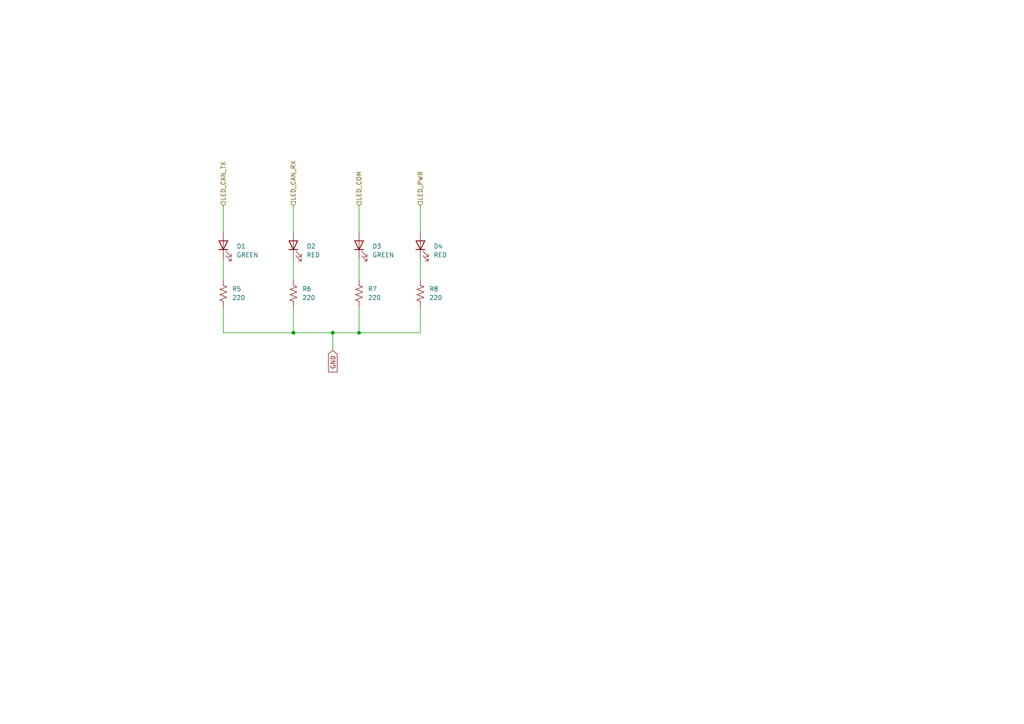
<source format=kicad_sch>
(kicad_sch (version 20230121) (generator eeschema)
  (paper "A4")
  (lib_symbols
    (symbol "Device:LED" (pin_numbers hide) (pin_names (offset 1.016) hide)
      (property "Reference" "D" (at 0 2.54 0))
      (property "Value" "LED" (at 0 -2.54 0))
      (symbol "LED_0_1"
        (polyline (pts (xy -1.27 -1.27) (xy -1.27 1.27)) (stroke (width 0.254)))
        (polyline (pts (xy -1.27 0) (xy 1.27 0)))
        (polyline (pts (xy 1.27 -1.27) (xy 1.27 1.27) (xy -1.27 0) (xy 1.27 -1.27)) (stroke (width 0.254)))
        (polyline (pts (xy -3.048 -0.762) (xy -4.572 -2.286) (xy -3.81 -2.286) (xy -4.572 -2.286) (xy -4.572 -1.524)))
        (polyline (pts (xy -1.778 -0.762) (xy -3.302 -2.286) (xy -2.54 -2.286) (xy -3.302 -2.286) (xy -3.302 -1.524)))
      )
      (symbol "LED_1_1"
        (pin passive line (at -3.81 0 0) (length 2.54) (name "K") (number "1"))
        (pin passive line (at 3.81 0 180) (length 2.54) (name "A") (number "2"))
      )
    )
    (symbol "Device:R_US" (pin_numbers hide) (pin_names (offset 0))
      (property "Reference" "R" (at 2.54 0 90))
      (property "Value" "R_US" (at -2.54 0 90))
      (symbol "R_US_0_1"
        (polyline (pts (xy 0 -2.286) (xy 0 -2.54)))
        (polyline (pts (xy 0 2.286) (xy 0 2.54)))
        (polyline (pts (xy 0 -0.762) (xy 1.016 -1.143) (xy 0 -1.524) (xy -1.016 -1.905) (xy 0 -2.286)))
        (polyline (pts (xy 0 0.762) (xy 1.016 0.381) (xy 0 0) (xy -1.016 -0.381) (xy 0 -0.762)))
        (polyline (pts (xy 0 2.286) (xy 1.016 1.905) (xy 0 1.524) (xy -1.016 1.143) (xy 0 0.762)))
      )
      (symbol "R_US_1_1"
        (pin passive line (at 0 3.81 270) (length 1.27) (name "~") (number "1"))
        (pin passive line (at 0 -3.81 90) (length 1.27) (name "~") (number "2"))
      )
    )
  )
  (junction (at 104.14 96.52))
  (junction (at 96.52 96.52))
  (junction (at 85.09 96.52))
  (wire (pts (xy 104.14 59.69) (xy 104.14 67.31)))
  (wire (pts (xy 104.14 88.9) (xy 104.14 96.52)))
  (wire (pts (xy 64.77 74.93) (xy 64.77 81.28)))
  (wire (pts (xy 121.92 74.93) (xy 121.92 81.28)))
  (wire (pts (xy 121.92 59.69) (xy 121.92 67.31)))
  (wire (pts (xy 85.09 88.9) (xy 85.09 96.52)))
  (wire (pts (xy 64.77 88.9) (xy 64.77 96.52)))
  (wire (pts (xy 121.92 96.52) (xy 121.92 88.9)))
  (wire (pts (xy 64.77 59.69) (xy 64.77 67.31)))
  (wire (pts (xy 104.14 74.93) (xy 104.14 81.28)))
  (wire (pts (xy 85.09 59.69) (xy 85.09 67.31)))
  (wire (pts (xy 85.09 96.52) (xy 96.52 96.52)))
  (wire (pts (xy 64.77 96.52) (xy 85.09 96.52)))
  (wire (pts (xy 104.14 96.52) (xy 121.92 96.52)))
  (wire (pts (xy 96.52 96.52) (xy 96.52 101.6)))
  (wire (pts (xy 85.09 74.93) (xy 85.09 81.28)))
  (wire (pts (xy 96.52 96.52) (xy 104.14 96.52)))
  (global_label "GND" (shape input) (at 96.52 101.6 270) (property "Intersheetrefs" "${INTERSHEET_REFS}" (effects hide)))
  (hierarchical_label "LED_CAN_TX" (shape input) (at 64.77 59.69 90))
  (hierarchical_label "LED_PWR" (shape input) (at 121.92 59.69 90))
  (hierarchical_label "LED_CAN_RX" (shape input) (at 85.09 59.69 90))
  (hierarchical_label "LED_COM" (shape input) (at 104.14 59.69 90))
  (symbol (lib_id "Device:R_US") (at 121.92 85.09 0) (unit 1)
    (property "Reference" "R8" (at 124.46 83.82 0) (effects (justify left)))
    (property "Value" "220" (at 124.46 86.36 0) (effects (justify left)))
    (property "Footprint" "Resistor_SMD:R_0603_1608Metric" (effects hide))
    (property "MPN" "MF-RES-0603-220" (effects hide))
  )
  (symbol (lib_id "Device:R_US") (at 64.77 85.09 0) (unit 1)
    (property "Reference" "R5" (at 67.31 83.82 0) (effects (justify left)))
    (property "Value" "220" (at 67.31 86.36 0) (effects (justify left)))
    (property "Footprint" "Resistor_SMD:R_0603_1608Metric" (effects hide))
    (property "MPN" "MF-RES-0603-220" (effects hide))
  )
  (symbol (lib_id "Device:R_US") (at 104.14 85.09 0) (unit 1)
    (property "Reference" "R7" (at 106.68 83.82 0) (effects (justify left)))
    (property "Value" "220" (at 106.68 86.36 0) (effects (justify left)))
    (property "Footprint" "Resistor_SMD:R_0603_1608Metric" (effects hide))
    (property "MPN" "MF-RES-0603-220" (effects hide))
  )
  (symbol (lib_id "Device:R_US") (at 85.09 85.09 0) (unit 1)
    (property "Reference" "R6" (at 87.63 83.82 0) (effects (justify left)))
    (property "Value" "220" (at 87.63 86.36 0) (effects (justify left)))
    (property "Footprint" "Resistor_SMD:R_0603_1608Metric" (effects hide))
    (property "MPN" "MF-RES-0603-220" (effects hide))
  )
  (symbol (lib_id "Device:LED") (at 121.92 71.12 90) (unit 1)
    (property "Reference" "D4" (at 125.73 71.4375 90) (effects (justify right)))
    (property "Value" "RED" (at 125.73 73.9775 90) (effects (justify right)))
    (property "Footprint" "LED_SMD:LED_0603_1608Metric" (effects hide))
    (property "MPN" "MF-LED-0603-RED" (effects hide))
  )
  (symbol (lib_id "Device:LED") (at 85.09 71.12 90) (unit 1)
    (property "Reference" "D2" (at 88.9 71.4375 90) (effects (justify right)))
    (property "Value" "RED" (at 88.9 73.9775 90) (effects (justify right)))
    (property "Footprint" "LED_SMD:LED_0603_1608Metric" (effects hide))
    (property "MPN" "MF-LED-0603-RED" (effects hide))
  )
  (symbol (lib_id "Device:LED") (at 104.14 71.12 90) (unit 1)
    (property "Reference" "D3" (at 107.95 71.4375 90) (effects (justify right)))
    (property "Value" "GREEN" (at 107.95 73.9775 90) (effects (justify right)))
    (property "Footprint" "LED_SMD:LED_0603_1608Metric" (effects hide))
    (property "MPN" "MF-LED-0603-GREEN" (effects hide))
  )
  (symbol (lib_id "Device:LED") (at 64.77 71.12 90) (unit 1)
    (property "Reference" "D1" (at 68.58 71.4375 90) (effects (justify right)))
    (property "Value" "GREEN" (at 68.58 73.9775 90) (effects (justify right)))
    (property "Footprint" "LED_SMD:LED_0603_1608Metric" (effects hide))
    (property "MPN" "MF-LED-0603-GREEN" (effects hide))
  )
)
</source>
